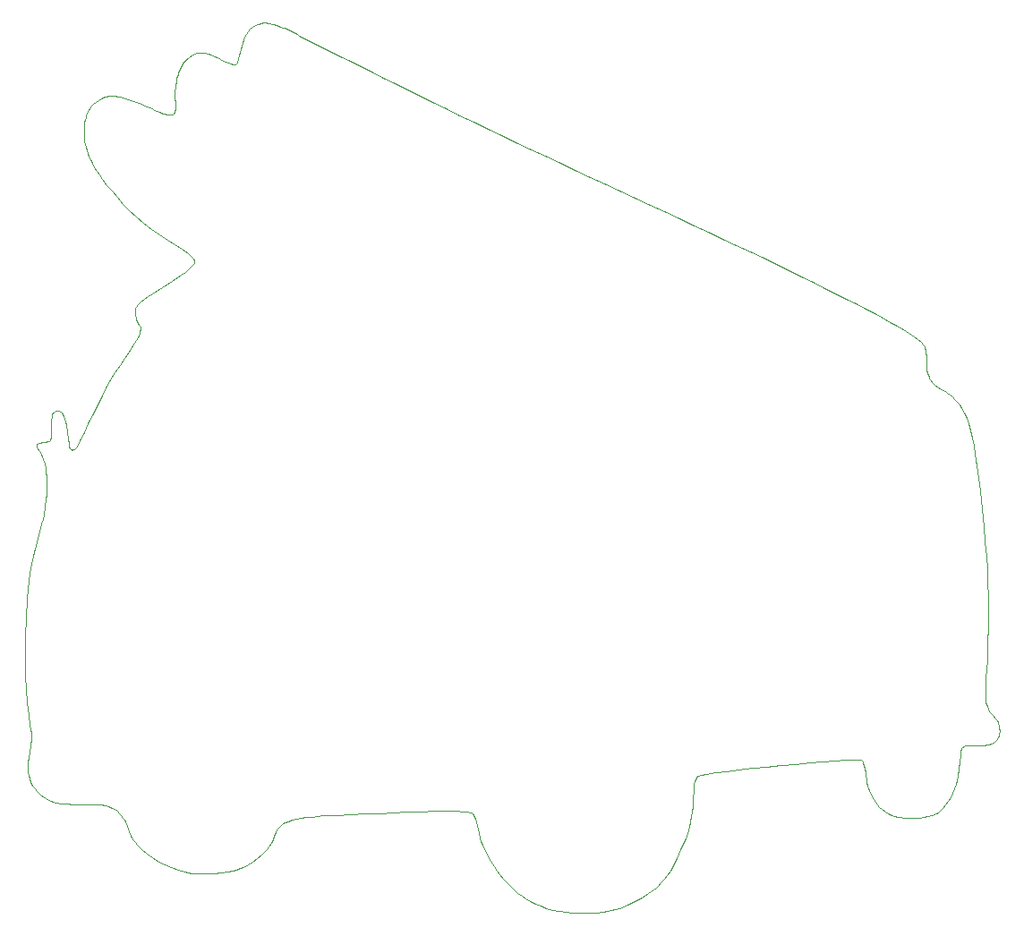
<source format=gm1>
G04 #@! TF.GenerationSoftware,KiCad,Pcbnew,(5.1.9-0-10_14)*
G04 #@! TF.CreationDate,2022-03-06T10:31:41-07:00*
G04 #@! TF.ProjectId,001,3030312e-6b69-4636-9164-5f7063625858,rev?*
G04 #@! TF.SameCoordinates,Original*
G04 #@! TF.FileFunction,Profile,NP*
%FSLAX46Y46*%
G04 Gerber Fmt 4.6, Leading zero omitted, Abs format (unit mm)*
G04 Created by KiCad (PCBNEW (5.1.9-0-10_14)) date 2022-03-06 10:31:41*
%MOMM*%
%LPD*%
G01*
G04 APERTURE LIST*
G04 #@! TA.AperFunction,Profile*
%ADD10C,0.100000*%
G04 #@! TD*
G04 APERTURE END LIST*
D10*
X102928870Y-122412300D02*
X102928870Y-122412300D01*
X102928880Y-122412200D02*
X102928870Y-122412300D01*
X102928890Y-122412100D02*
X102928880Y-122412200D01*
X102765920Y-122087800D02*
X102928890Y-122412100D01*
X102644590Y-121762800D02*
X102765920Y-122087800D01*
X102560370Y-121437400D02*
X102644590Y-121762800D01*
X102508730Y-121112200D02*
X102560370Y-121437400D01*
X102485160Y-120787600D02*
X102508730Y-121112200D01*
X102485120Y-120464100D02*
X102485160Y-120787600D01*
X102504080Y-120142000D02*
X102485120Y-120464100D01*
X102537520Y-119821900D02*
X102504080Y-120142000D01*
X102629750Y-119189500D02*
X102537520Y-119821900D01*
X102725600Y-118570300D02*
X102629750Y-119189500D01*
X102788840Y-117968000D02*
X102725600Y-118570300D01*
X102796920Y-117674400D02*
X102788840Y-117968000D01*
X102783260Y-117386300D02*
X102796920Y-117674400D01*
X102714920Y-117074900D02*
X102783260Y-117386300D01*
X102648130Y-116687700D02*
X102714920Y-117074900D01*
X102521790Y-115722100D02*
X102648130Y-116687700D01*
X102409460Y-114562000D02*
X102521790Y-115722100D01*
X102316350Y-113279800D02*
X102409460Y-114562000D01*
X102247670Y-111947900D02*
X102316350Y-113279800D01*
X102208590Y-110639000D02*
X102247670Y-111947900D01*
X102204310Y-109425400D02*
X102208590Y-110639000D01*
X102240050Y-108379700D02*
X102204310Y-109425400D01*
X102332960Y-106537200D02*
X102240050Y-108379700D01*
X102421250Y-104762900D02*
X102332960Y-106537200D01*
X102482200Y-103902600D02*
X102421250Y-104762900D01*
X102564210Y-103061000D02*
X102482200Y-103902600D01*
X102674710Y-102238500D02*
X102564210Y-103061000D01*
X102821090Y-101435700D02*
X102674710Y-102238500D01*
X102991420Y-100669300D02*
X102821090Y-101435700D01*
X103164980Y-99955600D02*
X102991420Y-100669300D01*
X103499000Y-98683700D02*
X103164980Y-99955600D01*
X103777560Y-97616200D02*
X103499000Y-98683700D01*
X103881780Y-97157700D02*
X103777560Y-97616200D01*
X103955020Y-96748800D02*
X103881780Y-97157700D01*
X104078470Y-95982300D02*
X103955020Y-96748800D01*
X104198590Y-95233300D02*
X104078470Y-95982300D01*
X104244840Y-94871500D02*
X104198590Y-95233300D01*
X104275140Y-94521600D02*
X104244840Y-94871500D01*
X104284470Y-94185900D02*
X104275140Y-94521600D01*
X104267800Y-93867000D02*
X104284470Y-94185900D01*
X104215440Y-93159000D02*
X104267800Y-93867000D01*
X104181220Y-92755500D02*
X104215440Y-93159000D01*
X104127600Y-92333700D02*
X104181220Y-92755500D01*
X104044050Y-91905100D02*
X104127600Y-92333700D01*
X103920040Y-91480700D02*
X104044050Y-91905100D01*
X103839580Y-91273500D02*
X103920040Y-91480700D01*
X103745060Y-91071700D02*
X103839580Y-91273500D01*
X103635170Y-90876500D02*
X103745060Y-91071700D01*
X103508580Y-90689300D02*
X103635170Y-90876500D01*
X103397160Y-90522000D02*
X103508580Y-90689300D01*
X103330600Y-90383100D02*
X103397160Y-90522000D01*
X103304330Y-90269900D02*
X103330600Y-90383100D01*
X103313780Y-90179200D02*
X103304330Y-90269900D01*
X103354350Y-90108000D02*
X103313780Y-90179200D01*
X103421480Y-90053500D02*
X103354350Y-90108000D01*
X103510600Y-90012400D02*
X103421480Y-90053500D01*
X103617120Y-89982000D02*
X103510600Y-90012400D01*
X103864070Y-89940700D02*
X103617120Y-89982000D01*
X104125730Y-89905700D02*
X103864070Y-89940700D01*
X104365490Y-89853000D02*
X104125730Y-89905700D01*
X104465720Y-89812500D02*
X104365490Y-89853000D01*
X104546750Y-89758600D02*
X104465720Y-89812500D01*
X104604360Y-89667200D02*
X104546750Y-89758600D01*
X104640550Y-89522400D02*
X104604360Y-89667200D01*
X104660080Y-89333400D02*
X104640550Y-89522400D01*
X104667690Y-89109300D02*
X104660080Y-89333400D01*
X104666210Y-88592300D02*
X104667690Y-89109300D01*
X104674160Y-88044500D02*
X104666210Y-88592300D01*
X104693560Y-87782000D02*
X104674160Y-88044500D01*
X104729570Y-87539100D02*
X104693560Y-87782000D01*
X104786960Y-87325100D02*
X104729570Y-87539100D01*
X104870470Y-87149100D02*
X104786960Y-87325100D01*
X104923500Y-87078100D02*
X104870470Y-87149100D01*
X104984860Y-87020200D02*
X104923500Y-87078100D01*
X105055120Y-86976200D02*
X104984860Y-87020200D01*
X105134880Y-86947500D02*
X105055120Y-86976200D01*
X105224740Y-86935100D02*
X105134880Y-86947500D01*
X105325300Y-86940300D02*
X105224740Y-86935100D01*
X105437130Y-86964000D02*
X105325300Y-86940300D01*
X105560850Y-87007500D02*
X105437130Y-86964000D01*
X105628890Y-87045400D02*
X105560850Y-87007500D01*
X105691450Y-87099400D02*
X105628890Y-87045400D01*
X105801510Y-87251200D02*
X105691450Y-87099400D01*
X105893650Y-87453800D02*
X105801510Y-87251200D01*
X105970500Y-87698400D02*
X105893650Y-87453800D01*
X106034680Y-87975800D02*
X105970500Y-87698400D01*
X106088800Y-88277200D02*
X106034680Y-87975800D01*
X106177410Y-88915800D02*
X106088800Y-88277200D01*
X106257320Y-89542200D02*
X106177410Y-88915800D01*
X106349530Y-90084700D02*
X106257320Y-89542200D01*
X106406810Y-90301900D02*
X106349530Y-90084700D01*
X106475030Y-90471200D02*
X106406810Y-90301900D01*
X106556820Y-90583500D02*
X106475030Y-90471200D01*
X106603620Y-90615500D02*
X106556820Y-90583500D01*
X106654800Y-90629900D02*
X106603620Y-90615500D01*
X106759290Y-90622200D02*
X106654800Y-90629900D01*
X106859300Y-90580400D02*
X106759290Y-90622200D01*
X106955530Y-90507400D02*
X106859300Y-90580400D01*
X107048690Y-90406300D02*
X106955530Y-90507400D01*
X107228450Y-90132000D02*
X107048690Y-90406300D01*
X107404190Y-89781900D02*
X107228450Y-90132000D01*
X107765970Y-88951400D02*
X107404190Y-89781900D01*
X107963100Y-88519700D02*
X107765970Y-88951400D01*
X108178600Y-88109600D02*
X107963100Y-88519700D01*
X108326400Y-87829500D02*
X108178600Y-88109600D01*
X108538100Y-87399500D02*
X108326400Y-87829500D01*
X108806000Y-86848500D02*
X108538100Y-87399500D01*
X109122300Y-86205200D02*
X108806000Y-86848500D01*
X109479200Y-85498200D02*
X109122300Y-86205200D01*
X109869000Y-84756400D02*
X109479200Y-85498200D01*
X110283900Y-84008400D02*
X109869000Y-84756400D01*
X110716100Y-83283000D02*
X110283900Y-84008400D01*
X111160400Y-82597700D02*
X110716100Y-83283000D01*
X111603600Y-81952000D02*
X111160400Y-82597700D01*
X112025500Y-81348100D02*
X111603600Y-81952000D01*
X112405900Y-80788100D02*
X112025500Y-81348100D01*
X112724700Y-80274100D02*
X112405900Y-80788100D01*
X112854600Y-80035000D02*
X112724700Y-80274100D01*
X112961700Y-79808200D02*
X112854600Y-80035000D01*
X113043300Y-79594000D02*
X112961700Y-79808200D01*
X113096800Y-79392600D02*
X113043300Y-79594000D01*
X113119900Y-79204200D02*
X113096800Y-79392600D01*
X113109900Y-79029300D02*
X113119900Y-79204200D01*
X113011300Y-78811600D02*
X113109900Y-79029300D01*
X112914000Y-78633400D02*
X113011300Y-78811600D01*
X112822900Y-78475000D02*
X112914000Y-78633400D01*
X112743100Y-78317000D02*
X112822900Y-78475000D01*
X112679200Y-78139900D02*
X112743100Y-78317000D01*
X112636900Y-77924100D02*
X112679200Y-78139900D01*
X112621000Y-77650200D02*
X112636900Y-77924100D01*
X112635900Y-77298700D02*
X112621000Y-77650200D01*
X112669000Y-77199000D02*
X112635900Y-77298700D01*
X112725500Y-77094200D02*
X112669000Y-77199000D01*
X112902900Y-76870700D02*
X112725500Y-77094200D01*
X113156700Y-76630400D02*
X112902900Y-76870700D01*
X113475500Y-76375500D02*
X113156700Y-76630400D01*
X113847700Y-76108200D02*
X113475500Y-76375500D01*
X114261800Y-75830600D02*
X113847700Y-76108200D01*
X115169800Y-75253700D02*
X114261800Y-75830600D01*
X116107800Y-74662100D02*
X115169800Y-75253700D01*
X116983700Y-74073600D02*
X116107800Y-74662100D01*
X117369700Y-73785900D02*
X116983700Y-74073600D01*
X117705700Y-73505500D02*
X117369700Y-73785900D01*
X117980200Y-73234700D02*
X117705700Y-73505500D01*
X118181800Y-72975600D02*
X117980200Y-73234700D01*
X118212400Y-72910400D02*
X118181800Y-72975600D01*
X118226600Y-72842700D02*
X118212400Y-72910400D01*
X118208100Y-72700100D02*
X118226600Y-72842700D01*
X118131400Y-72547800D02*
X118208100Y-72700100D01*
X118001400Y-72386100D02*
X118131400Y-72547800D01*
X117823200Y-72214900D02*
X118001400Y-72386100D01*
X117601900Y-72034300D02*
X117823200Y-72214900D01*
X117050000Y-71645100D02*
X117601900Y-72034300D01*
X116385800Y-71219100D02*
X117050000Y-71645100D01*
X115649600Y-70756800D02*
X116385800Y-71219100D01*
X114881800Y-70258800D02*
X115649600Y-70756800D01*
X114122500Y-69725600D02*
X114881800Y-70258800D01*
X113401000Y-69159900D02*
X114122500Y-69725600D01*
X112719500Y-68570300D02*
X113401000Y-69159900D01*
X112077900Y-67965700D02*
X112719500Y-68570300D01*
X111476200Y-67354900D02*
X112077900Y-67965700D01*
X110914400Y-66747000D02*
X111476200Y-67354900D01*
X110392400Y-66150900D02*
X110914400Y-66747000D01*
X109910200Y-65575600D02*
X110392400Y-66150900D01*
X109467800Y-65029900D02*
X109910200Y-65575600D01*
X109205500Y-64631500D02*
X109467800Y-65029900D01*
X108970000Y-64248900D02*
X109205500Y-64631500D01*
X108760000Y-63881800D02*
X108970000Y-64248900D01*
X108574200Y-63530100D02*
X108760000Y-63881800D01*
X108411400Y-63193400D02*
X108574200Y-63530100D01*
X108270300Y-62871600D02*
X108411400Y-63193400D01*
X108149500Y-62564500D02*
X108270300Y-62871600D01*
X108047900Y-62271900D02*
X108149500Y-62564500D01*
X107964000Y-61993500D02*
X108047900Y-62271900D01*
X107896800Y-61729200D02*
X107964000Y-61993500D01*
X107844700Y-61478700D02*
X107896800Y-61729200D01*
X107806660Y-61241800D02*
X107844700Y-61478700D01*
X107781330Y-61018400D02*
X107806660Y-61241800D01*
X107767260Y-60808100D02*
X107781330Y-61018400D01*
X107763270Y-60610900D02*
X107767260Y-60808100D01*
X107768270Y-60426400D02*
X107763270Y-60610900D01*
X107778310Y-60241900D02*
X107768270Y-60426400D01*
X107792170Y-60046300D02*
X107778310Y-60241900D01*
X107812300Y-59841500D02*
X107792170Y-60046300D01*
X107841000Y-59629400D02*
X107812300Y-59841500D01*
X107880700Y-59412100D02*
X107841000Y-59629400D01*
X107933900Y-59191600D02*
X107880700Y-59412100D01*
X108002900Y-58969800D02*
X107933900Y-59191600D01*
X108090200Y-58748900D02*
X108002900Y-58969800D01*
X108198200Y-58530600D02*
X108090200Y-58748900D01*
X108329300Y-58317100D02*
X108198200Y-58530600D01*
X108485900Y-58110300D02*
X108329300Y-58317100D01*
X108670400Y-57912200D02*
X108485900Y-58110300D01*
X108885300Y-57724800D02*
X108670400Y-57912200D01*
X109132900Y-57550100D02*
X108885300Y-57724800D01*
X109415600Y-57390100D02*
X109132900Y-57550100D01*
X109735900Y-57246800D02*
X109415600Y-57390100D01*
X109912600Y-57190300D02*
X109735900Y-57246800D01*
X110102100Y-57154800D02*
X109912600Y-57190300D01*
X110303200Y-57138600D02*
X110102100Y-57154800D01*
X110514900Y-57140000D02*
X110303200Y-57138600D01*
X110736000Y-57158100D02*
X110514900Y-57140000D01*
X110965400Y-57191300D02*
X110736000Y-57158100D01*
X111202100Y-57238300D02*
X110965400Y-57191300D01*
X111445000Y-57297600D02*
X111202100Y-57238300D01*
X111692900Y-57368000D02*
X111445000Y-57297600D01*
X111944800Y-57447900D02*
X111692900Y-57368000D01*
X112199500Y-57536000D02*
X111944800Y-57447900D01*
X112456000Y-57631000D02*
X112199500Y-57536000D01*
X112713200Y-57731400D02*
X112456000Y-57631000D01*
X112969900Y-57835900D02*
X112713200Y-57731400D01*
X113225000Y-57943100D02*
X112969900Y-57835900D01*
X113477500Y-58051500D02*
X113225000Y-57943100D01*
X113726300Y-58159900D02*
X113477500Y-58051500D01*
X113970200Y-58266800D02*
X113726300Y-58159900D01*
X114208100Y-58370800D02*
X113970200Y-58266800D01*
X114439100Y-58470600D02*
X114208100Y-58370800D01*
X114661800Y-58564700D02*
X114439100Y-58470600D01*
X114875400Y-58651800D02*
X114661800Y-58564700D01*
X115078500Y-58730500D02*
X114875400Y-58651800D01*
X115270300Y-58799400D02*
X115078500Y-58730500D01*
X115449500Y-58857100D02*
X115270300Y-58799400D01*
X115615000Y-58902400D02*
X115449500Y-58857100D01*
X115765800Y-58933600D02*
X115615000Y-58902400D01*
X115900800Y-58949600D02*
X115765800Y-58933600D01*
X116018800Y-58948800D02*
X115900800Y-58949600D01*
X116118800Y-58929900D02*
X116018800Y-58948800D01*
X116199600Y-58891400D02*
X116118800Y-58929900D01*
X116260200Y-58832200D02*
X116199600Y-58891400D01*
X116344000Y-58695600D02*
X116260200Y-58832200D01*
X116398100Y-58565300D02*
X116344000Y-58695600D01*
X116426600Y-58439100D02*
X116398100Y-58565300D01*
X116433200Y-58314700D02*
X116426600Y-58439100D01*
X116427200Y-58184800D02*
X116433200Y-58314700D01*
X116421100Y-58052100D02*
X116427200Y-58184800D01*
X116414800Y-57917300D02*
X116421100Y-58052100D01*
X116408800Y-57780700D02*
X116414800Y-57917300D01*
X116403500Y-57643000D02*
X116408800Y-57780700D01*
X116398000Y-57504800D02*
X116403500Y-57643000D01*
X116393000Y-57366600D02*
X116398000Y-57504800D01*
X116390000Y-57228900D02*
X116393000Y-57366600D01*
X116388500Y-57092300D02*
X116390000Y-57228900D01*
X116388000Y-56957300D02*
X116388500Y-57092300D01*
X116389000Y-56824600D02*
X116388000Y-56957300D01*
X116392000Y-56694500D02*
X116389000Y-56824600D01*
X116397200Y-56567800D02*
X116392000Y-56694500D01*
X116404800Y-56444800D02*
X116397200Y-56567800D01*
X116414800Y-56326300D02*
X116404800Y-56444800D01*
X116427900Y-56212700D02*
X116414800Y-56326300D01*
X116455600Y-56025800D02*
X116427900Y-56212700D01*
X116486800Y-55839600D02*
X116455600Y-56025800D01*
X116522100Y-55654500D02*
X116486800Y-55839600D01*
X116562100Y-55471000D02*
X116522100Y-55654500D01*
X116607500Y-55289400D02*
X116562100Y-55471000D01*
X116658800Y-55110200D02*
X116607500Y-55289400D01*
X116716700Y-54934000D02*
X116658800Y-55110200D01*
X116781700Y-54761000D02*
X116716700Y-54934000D01*
X116854600Y-54591800D02*
X116781700Y-54761000D01*
X116935800Y-54426770D02*
X116854600Y-54591800D01*
X117026100Y-54266380D02*
X116935800Y-54426770D01*
X117126000Y-54111060D02*
X117026100Y-54266380D01*
X117236200Y-53961260D02*
X117126000Y-54111060D01*
X117357300Y-53817410D02*
X117236200Y-53961260D01*
X117489800Y-53679950D02*
X117357300Y-53817410D01*
X117634400Y-53549340D02*
X117489800Y-53679950D01*
X117808500Y-53415670D02*
X117634400Y-53549340D01*
X117999100Y-53298640D02*
X117808500Y-53415670D01*
X118207500Y-53198980D02*
X117999100Y-53298640D01*
X118435200Y-53117340D02*
X118207500Y-53198980D01*
X118682800Y-53070720D02*
X118435200Y-53117340D01*
X118947500Y-53071040D02*
X118682800Y-53070720D01*
X119225400Y-53111230D02*
X118947500Y-53071040D01*
X119512300Y-53184330D02*
X119225400Y-53111230D01*
X119804200Y-53283370D02*
X119512300Y-53184330D01*
X120097200Y-53401370D02*
X119804200Y-53283370D01*
X120387100Y-53531340D02*
X120097200Y-53401370D01*
X120669900Y-53666320D02*
X120387100Y-53531340D01*
X120941600Y-53799310D02*
X120669900Y-53666320D01*
X121198100Y-53923350D02*
X120941600Y-53799310D01*
X121435500Y-54031460D02*
X121198100Y-53923350D01*
X121649600Y-54116650D02*
X121435500Y-54031460D01*
X121836500Y-54171930D02*
X121649600Y-54116650D01*
X121992000Y-54190350D02*
X121836500Y-54171930D01*
X122112300Y-54164910D02*
X121992000Y-54190350D01*
X122157900Y-54133560D02*
X122112300Y-54164910D01*
X122193100Y-54088660D02*
X122157900Y-54133560D01*
X122249200Y-53978270D02*
X122193100Y-54088660D01*
X122298700Y-53856050D02*
X122249200Y-53978270D01*
X122342600Y-53723320D02*
X122298700Y-53856050D01*
X122382400Y-53581480D02*
X122342600Y-53723320D01*
X122448400Y-53296020D02*
X122382400Y-53581480D01*
X122517300Y-53001690D02*
X122448400Y-53296020D01*
X122592000Y-52702550D02*
X122517300Y-53001690D01*
X122675000Y-52402700D02*
X122592000Y-52702550D01*
X122769200Y-52106190D02*
X122675000Y-52402700D01*
X122877400Y-51817100D02*
X122769200Y-52106190D01*
X123002300Y-51539510D02*
X122877400Y-51817100D01*
X123146600Y-51277500D02*
X123002300Y-51539510D01*
X123313200Y-51035140D02*
X123146600Y-51277500D01*
X123504700Y-50816500D02*
X123313200Y-51035140D01*
X123724000Y-50625650D02*
X123504700Y-50816500D01*
X123973700Y-50466680D02*
X123724000Y-50625650D01*
X124256700Y-50343590D02*
X123973700Y-50466680D01*
X124575700Y-50260660D02*
X124256700Y-50343590D01*
X124741900Y-50239840D02*
X124575700Y-50260660D01*
X124908800Y-50235660D02*
X124741900Y-50239840D01*
X125283400Y-50258660D02*
X124908800Y-50235660D01*
X125672900Y-50346950D02*
X125283400Y-50258660D01*
X126039400Y-50469000D02*
X125672900Y-50346950D01*
X126213700Y-50534400D02*
X126039400Y-50469000D01*
X126387500Y-50602290D02*
X126213700Y-50534400D01*
X126560800Y-50672760D02*
X126387500Y-50602290D01*
X126733900Y-50745900D02*
X126560800Y-50672760D01*
X126906900Y-50821750D02*
X126733900Y-50745900D01*
X127080100Y-50900400D02*
X126906900Y-50821750D01*
X127253600Y-50981890D02*
X127080100Y-50900400D01*
X127427500Y-51066310D02*
X127253600Y-50981890D01*
X127602100Y-51153720D02*
X127427500Y-51066310D01*
X127777600Y-51244190D02*
X127602100Y-51153720D01*
X127954000Y-51337790D02*
X127777600Y-51244190D01*
X128131700Y-51434590D02*
X127954000Y-51337790D01*
X128455700Y-51598890D02*
X128131700Y-51434590D01*
X128795300Y-51770960D02*
X128455700Y-51598890D01*
X129150300Y-51950560D02*
X128795300Y-51770960D01*
X129520300Y-52137540D02*
X129150300Y-51950560D01*
X130303900Y-52532940D02*
X129520300Y-52137540D01*
X131143500Y-52955590D02*
X130303900Y-52532940D01*
X132036500Y-53404010D02*
X131143500Y-52955590D01*
X132980200Y-53876680D02*
X132036500Y-53404010D01*
X133971900Y-54372100D02*
X132980200Y-53876680D01*
X135009100Y-54888800D02*
X133971900Y-54372100D01*
X136088900Y-55425100D02*
X135009100Y-54888800D01*
X137208900Y-55979800D02*
X136088900Y-55425100D01*
X138366300Y-56551100D02*
X137208900Y-55979800D01*
X139558500Y-57137700D02*
X138366300Y-56551100D01*
X140782800Y-57737900D02*
X139558500Y-57137700D01*
X142036700Y-58350400D02*
X140782800Y-57737900D01*
X143317300Y-58973600D02*
X142036700Y-58350400D01*
X144622200Y-59606000D02*
X143317300Y-58973600D01*
X145948500Y-60246000D02*
X144622200Y-59606000D01*
X147293800Y-60892300D02*
X145948500Y-60246000D01*
X148655200Y-61543200D02*
X147293800Y-60892300D01*
X150030200Y-62197400D02*
X148655200Y-61543200D01*
X151416200Y-62853100D02*
X150030200Y-62197400D01*
X152810400Y-63509100D02*
X151416200Y-62853100D01*
X154210200Y-64163700D02*
X152810400Y-63509100D01*
X155613000Y-64815500D02*
X154210200Y-64163700D01*
X157037700Y-65475300D02*
X155613000Y-64815500D01*
X158461000Y-66134800D02*
X157037700Y-65475300D01*
X159880200Y-66792900D02*
X158461000Y-66134800D01*
X161292600Y-67448600D02*
X159880200Y-66792900D01*
X162695600Y-68101000D02*
X161292600Y-67448600D01*
X164086500Y-68749100D02*
X162695600Y-68101000D01*
X165462600Y-69391900D02*
X164086500Y-68749100D01*
X166821400Y-70028300D02*
X165462600Y-69391900D01*
X168160100Y-70657500D02*
X166821400Y-70028300D01*
X169476200Y-71278300D02*
X168160100Y-70657500D01*
X170766800Y-71889900D02*
X169476200Y-71278300D01*
X172029500Y-72491200D02*
X170766800Y-71889900D01*
X173261500Y-73081200D02*
X172029500Y-72491200D01*
X174460200Y-73659000D02*
X173261500Y-73081200D01*
X175622900Y-74223500D02*
X174460200Y-73659000D01*
X176746900Y-74773800D02*
X175622900Y-74223500D01*
X177829700Y-75308900D02*
X176746900Y-74773800D01*
X178868500Y-75827700D02*
X177829700Y-75308900D01*
X179860700Y-76329300D02*
X178868500Y-75827700D01*
X180803700Y-76812800D02*
X179860700Y-76329300D01*
X181694700Y-77277000D02*
X180803700Y-76812800D01*
X182531300Y-77721000D02*
X181694700Y-77277000D01*
X183310500Y-78143900D02*
X182531300Y-77721000D01*
X184029900Y-78544600D02*
X183310500Y-78143900D01*
X184686700Y-78922200D02*
X184029900Y-78544600D01*
X185278400Y-79275600D02*
X184686700Y-78922200D01*
X185802200Y-79603900D02*
X185278400Y-79275600D01*
X186255500Y-79906000D02*
X185802200Y-79603900D01*
X186635700Y-80181100D02*
X186255500Y-79906000D01*
X186940000Y-80428000D02*
X186635700Y-80181100D01*
X187165900Y-80645800D02*
X186940000Y-80428000D01*
X187310600Y-80833500D02*
X187165900Y-80645800D01*
X187405600Y-81380100D02*
X187310600Y-80833500D01*
X187454100Y-81859000D02*
X187405600Y-81380100D01*
X187490700Y-82669700D02*
X187454100Y-81859000D01*
X187518000Y-83029500D02*
X187490700Y-82669700D01*
X187577500Y-83377500D02*
X187518000Y-83029500D01*
X187688900Y-83727800D02*
X187577500Y-83377500D01*
X187770200Y-83908100D02*
X187688900Y-83727800D01*
X187871900Y-84094200D02*
X187770200Y-83908100D01*
X187993500Y-84269200D02*
X187871900Y-84094200D01*
X188132300Y-84418700D02*
X187993500Y-84269200D01*
X188286600Y-84548800D02*
X188132300Y-84418700D01*
X188455100Y-84665100D02*
X188286600Y-84548800D01*
X188828400Y-84880000D02*
X188455100Y-84665100D01*
X189240500Y-85110200D02*
X188828400Y-84880000D01*
X189457300Y-85245600D02*
X189240500Y-85110200D01*
X189679400Y-85402400D02*
X189457300Y-85245600D01*
X189905200Y-85586400D02*
X189679400Y-85402400D01*
X190133200Y-85803400D02*
X189905200Y-85586400D01*
X190362100Y-86059300D02*
X190133200Y-85803400D01*
X190590300Y-86359900D02*
X190362100Y-86059300D01*
X190816300Y-86711100D02*
X190590300Y-86359900D01*
X191038600Y-87118700D02*
X190816300Y-86711100D01*
X191249800Y-87599900D02*
X191038600Y-87118700D01*
X191444300Y-88161700D02*
X191249800Y-87599900D01*
X191623000Y-88795000D02*
X191444300Y-88161700D01*
X191787000Y-89490500D02*
X191623000Y-88795000D01*
X191937400Y-90239000D02*
X191787000Y-89490500D01*
X192075400Y-91031200D02*
X191937400Y-90239000D01*
X192318000Y-92710000D02*
X192075400Y-91031200D01*
X192523600Y-94452900D02*
X192318000Y-92710000D01*
X192700600Y-96186300D02*
X192523600Y-94452900D01*
X192857600Y-97836100D02*
X192700600Y-96186300D01*
X193003400Y-99328600D02*
X192857600Y-97836100D01*
X193125100Y-100680700D02*
X193003400Y-99328600D01*
X193208600Y-101963400D02*
X193125100Y-100680700D01*
X193260300Y-103183800D02*
X193208600Y-101963400D01*
X193286800Y-104349200D02*
X193260300Y-103183800D01*
X193294600Y-105466600D02*
X193286800Y-104349200D01*
X193290100Y-106543200D02*
X193294600Y-105466600D01*
X193280000Y-107586300D02*
X193290100Y-106543200D01*
X193270700Y-108602800D02*
X193280000Y-107586300D01*
X193249700Y-109592500D02*
X193270700Y-108602800D01*
X193207600Y-110540800D02*
X193249700Y-109592500D01*
X193154800Y-111433700D02*
X193207600Y-110540800D01*
X193102200Y-112257200D02*
X193154800Y-111433700D01*
X193060400Y-112997200D02*
X193102200Y-112257200D01*
X193040000Y-113639800D02*
X193060400Y-112997200D01*
X193051900Y-114171000D02*
X193040000Y-113639800D01*
X193073200Y-114390400D02*
X193051900Y-114171000D01*
X193106500Y-114576700D02*
X193073200Y-114390400D01*
X193198000Y-114887600D02*
X193106500Y-114576700D01*
X193309300Y-115149000D02*
X193198000Y-114887600D01*
X193434400Y-115368700D02*
X193309300Y-115149000D01*
X193567000Y-115554700D02*
X193434400Y-115368700D01*
X193701200Y-115714900D02*
X193567000Y-115554700D01*
X193830900Y-115857200D02*
X193701200Y-115714900D01*
X193950000Y-115989500D02*
X193830900Y-115857200D01*
X194052400Y-116119800D02*
X193950000Y-115989500D01*
X194138000Y-116256100D02*
X194052400Y-116119800D01*
X194210600Y-116399700D02*
X194138000Y-116256100D01*
X194270500Y-116547900D02*
X194210600Y-116399700D01*
X194317800Y-116698500D02*
X194270500Y-116547900D01*
X194352600Y-116848800D02*
X194317800Y-116698500D01*
X194375300Y-116996400D02*
X194352600Y-116848800D01*
X194386000Y-117139000D02*
X194375300Y-116996400D01*
X194384600Y-117273900D02*
X194386000Y-117139000D01*
X194354600Y-117490500D02*
X194384600Y-117273900D01*
X194295500Y-117696600D02*
X194354600Y-117490500D01*
X194208400Y-117889000D02*
X194295500Y-117696600D01*
X194094600Y-118064400D02*
X194208400Y-117889000D01*
X193955400Y-118219600D02*
X194094600Y-118064400D01*
X193792000Y-118351400D02*
X193955400Y-118219600D01*
X193605600Y-118456600D02*
X193792000Y-118351400D01*
X193397500Y-118531900D02*
X193605600Y-118456600D01*
X193187800Y-118568100D02*
X193397500Y-118531900D01*
X192970800Y-118590000D02*
X193187800Y-118568100D01*
X192526200Y-118602900D02*
X192970800Y-118590000D01*
X192085600Y-118595500D02*
X192526200Y-118602900D01*
X191671100Y-118592600D02*
X192085600Y-118595500D01*
X191304600Y-118619000D02*
X191671100Y-118592600D01*
X191146300Y-118650900D02*
X191304600Y-118619000D01*
X191008200Y-118699400D02*
X191146300Y-118650900D01*
X190893100Y-118767600D02*
X191008200Y-118699400D01*
X190803700Y-118858600D02*
X190893100Y-118767600D01*
X190742900Y-118975500D02*
X190803700Y-118858600D01*
X190713300Y-119121300D02*
X190742900Y-118975500D01*
X190677500Y-119581400D02*
X190713300Y-119121300D01*
X190611800Y-120152200D02*
X190677500Y-119581400D01*
X190527800Y-120805200D02*
X190611800Y-120152200D01*
X190437500Y-121511900D02*
X190527800Y-120805200D01*
X190371500Y-121887600D02*
X190437500Y-121511900D01*
X190265700Y-122284000D02*
X190371500Y-121887600D01*
X190123900Y-122691700D02*
X190265700Y-122284000D01*
X189949800Y-123100800D02*
X190123900Y-122691700D01*
X189747300Y-123501800D02*
X189949800Y-123100800D01*
X189520300Y-123884900D02*
X189747300Y-123501800D01*
X189272400Y-124240400D02*
X189520300Y-123884900D01*
X189007600Y-124558800D02*
X189272400Y-124240400D01*
X188865000Y-124699600D02*
X189007600Y-124558800D01*
X188710000Y-124826100D02*
X188865000Y-124699600D01*
X188544100Y-124938900D02*
X188710000Y-124826100D01*
X188368400Y-125038700D02*
X188544100Y-124938900D01*
X187993300Y-125202300D02*
X188368400Y-125038700D01*
X187595400Y-125322400D02*
X187993300Y-125202300D01*
X187185200Y-125404700D02*
X187595400Y-125322400D01*
X186773400Y-125454800D02*
X187185200Y-125404700D01*
X186370700Y-125478300D02*
X186773400Y-125454800D01*
X185987500Y-125480900D02*
X186370700Y-125478300D01*
X185313300Y-125456900D02*
X185987500Y-125480900D01*
X185013200Y-125426800D02*
X185313300Y-125456900D01*
X184726700Y-125376700D02*
X185013200Y-125426800D01*
X184445900Y-125300300D02*
X184726700Y-125376700D01*
X184162500Y-125191500D02*
X184445900Y-125300300D01*
X183868300Y-125044400D02*
X184162500Y-125191500D01*
X183555300Y-124852800D02*
X183868300Y-125044400D01*
X183257400Y-124635600D02*
X183555300Y-124852800D01*
X183008200Y-124413800D02*
X183257400Y-124635600D01*
X182799000Y-124184200D02*
X183008200Y-124413800D01*
X182620900Y-123943600D02*
X182799000Y-124184200D01*
X182465300Y-123688900D02*
X182620900Y-123943600D01*
X182323300Y-123416800D02*
X182465300Y-123688900D01*
X182045200Y-122808200D02*
X182323300Y-123416800D01*
X181978000Y-122635400D02*
X182045200Y-122808200D01*
X181921000Y-122448300D02*
X181978000Y-122635400D01*
X181831100Y-122042700D02*
X181921000Y-122448300D01*
X181701100Y-121191100D02*
X181831100Y-122042700D01*
X181634600Y-120793300D02*
X181701100Y-121191100D01*
X181549500Y-120446400D02*
X181634600Y-120793300D01*
X181495700Y-120299600D02*
X181549500Y-120446400D01*
X181432400Y-120174600D02*
X181495700Y-120299600D01*
X181357700Y-120074300D02*
X181432400Y-120174600D01*
X181270200Y-120001800D02*
X181357700Y-120074300D01*
X181184400Y-119978300D02*
X181270200Y-120001800D01*
X181025000Y-119965000D02*
X181184400Y-119978300D01*
X180504000Y-119966400D02*
X181025000Y-119965000D01*
X179745100Y-120001000D02*
X180504000Y-119966400D01*
X178786400Y-120063900D02*
X179745100Y-120001000D01*
X177665600Y-120150100D02*
X178786400Y-120063900D01*
X176420900Y-120254600D02*
X177665600Y-120150100D01*
X175090200Y-120372700D02*
X176420900Y-120254600D01*
X173711400Y-120499200D02*
X175090200Y-120372700D01*
X172323200Y-120629800D02*
X173711400Y-120499200D01*
X170966300Y-120762600D02*
X172323200Y-120629800D01*
X169682300Y-120896200D02*
X170966300Y-120762600D01*
X168512800Y-121029000D02*
X169682300Y-120896200D01*
X167499200Y-121159800D02*
X168512800Y-121029000D01*
X166683000Y-121287100D02*
X167499200Y-121159800D01*
X166105800Y-121409600D02*
X166683000Y-121287100D01*
X165919800Y-121468500D02*
X166105800Y-121409600D01*
X165809000Y-121525700D02*
X165919800Y-121468500D01*
X165683900Y-121657900D02*
X165809000Y-121525700D01*
X165590700Y-121828500D02*
X165683900Y-121657900D01*
X165523900Y-122036000D02*
X165590700Y-121828500D01*
X165478400Y-122279000D02*
X165523900Y-122036000D01*
X165448800Y-122556100D02*
X165478400Y-122279000D01*
X165429800Y-122865900D02*
X165448800Y-122556100D01*
X165402500Y-123577800D02*
X165429800Y-122865900D01*
X165354100Y-124403300D02*
X165402500Y-123577800D01*
X165308900Y-124855000D02*
X165354100Y-124403300D01*
X165242400Y-125330900D02*
X165308900Y-124855000D01*
X165149500Y-125829500D02*
X165242400Y-125330900D01*
X165024900Y-126349400D02*
X165149500Y-125829500D01*
X164863300Y-126889100D02*
X165024900Y-126349400D01*
X164659400Y-127447300D02*
X164863300Y-126889100D01*
X164235000Y-128468300D02*
X164659400Y-127447300D01*
X163861700Y-129286700D02*
X164235000Y-128468300D01*
X163528200Y-129936900D02*
X163861700Y-129286700D01*
X163222800Y-130453300D02*
X163528200Y-129936900D01*
X162934300Y-130870300D02*
X163222800Y-130453300D01*
X162651100Y-131222400D02*
X162934300Y-130870300D01*
X162361700Y-131543900D02*
X162651100Y-131222400D01*
X162054800Y-131869300D02*
X162361700Y-131543900D01*
X161877900Y-132043100D02*
X162054800Y-131869300D01*
X161668600Y-132224500D02*
X161877900Y-132043100D01*
X161163900Y-132601100D02*
X161668600Y-132224500D01*
X160563300Y-132982100D02*
X161163900Y-132601100D01*
X159889300Y-133350400D02*
X160563300Y-132982100D01*
X159164500Y-133688900D02*
X159889300Y-133350400D01*
X158411500Y-133980500D02*
X159164500Y-133688900D01*
X158031400Y-134103400D02*
X158411500Y-133980500D01*
X157652700Y-134208100D02*
X158031400Y-134103400D01*
X157278300Y-134292600D02*
X157652700Y-134208100D01*
X156910800Y-134354600D02*
X157278300Y-134292600D01*
X156186900Y-134435800D02*
X156910800Y-134354600D01*
X155469800Y-134479300D02*
X156186900Y-134435800D01*
X154763300Y-134485800D02*
X155469800Y-134479300D01*
X154071400Y-134456100D02*
X154763300Y-134485800D01*
X153398100Y-134390800D02*
X154071400Y-134456100D01*
X152747200Y-134290900D02*
X153398100Y-134390800D01*
X152122800Y-134156900D02*
X152747200Y-134290900D01*
X151528800Y-133989600D02*
X152122800Y-134156900D01*
X150977300Y-133798400D02*
X151528800Y-133989600D01*
X150473600Y-133590900D02*
X150977300Y-133798400D01*
X150011200Y-133365700D02*
X150473600Y-133590900D01*
X149583500Y-133121300D02*
X150011200Y-133365700D01*
X149183900Y-132856000D02*
X149583500Y-133121300D01*
X148805900Y-132568500D02*
X149183900Y-132856000D01*
X148442900Y-132257200D02*
X148805900Y-132568500D01*
X148088300Y-131920600D02*
X148442900Y-132257200D01*
X147747600Y-131567900D02*
X148088300Y-131920600D01*
X147427900Y-131205800D02*
X147747600Y-131567900D01*
X147124700Y-130829100D02*
X147427900Y-131205800D01*
X146833500Y-130432500D02*
X147124700Y-130829100D01*
X146549700Y-130011000D02*
X146833500Y-130432500D01*
X146268900Y-129559200D02*
X146549700Y-130011000D01*
X145986700Y-129071800D02*
X146268900Y-129559200D01*
X145698500Y-128543800D02*
X145986700Y-129071800D01*
X145563000Y-128263600D02*
X145698500Y-128543800D01*
X145447300Y-127975200D02*
X145563000Y-128263600D01*
X145348500Y-127682100D02*
X145447300Y-127975200D01*
X145263800Y-127387400D02*
X145348500Y-127682100D01*
X145125300Y-126806800D02*
X145263800Y-127387400D01*
X145008900Y-126259900D02*
X145125300Y-126806800D01*
X144891800Y-125773400D02*
X145008900Y-126259900D01*
X144826000Y-125560900D02*
X144891800Y-125773400D01*
X144751300Y-125373500D02*
X144826000Y-125560900D01*
X144665100Y-125214500D02*
X144751300Y-125373500D01*
X144564500Y-125087000D02*
X144665100Y-125214500D01*
X144446700Y-124994500D02*
X144564500Y-125087000D01*
X144308700Y-124940300D02*
X144446700Y-124994500D01*
X144041500Y-124891500D02*
X144308700Y-124940300D01*
X143719000Y-124853600D02*
X144041500Y-124891500D01*
X142923900Y-124806800D02*
X143719000Y-124853600D01*
X141955200Y-124793700D02*
X142923900Y-124806800D01*
X140844900Y-124808100D02*
X141955200Y-124793700D01*
X139624800Y-124843700D02*
X140844900Y-124808100D01*
X138326800Y-124894500D02*
X139624800Y-124843700D01*
X136982800Y-124954100D02*
X138326800Y-124894500D01*
X135624500Y-125016500D02*
X136982800Y-124954100D01*
X134270400Y-125072000D02*
X135624500Y-125016500D01*
X132934900Y-125122700D02*
X134270400Y-125072000D01*
X131644600Y-125179200D02*
X132934900Y-125122700D01*
X130426100Y-125252200D02*
X131644600Y-125179200D01*
X129305900Y-125352200D02*
X130426100Y-125252200D01*
X128791000Y-125415800D02*
X129305900Y-125352200D01*
X128310600Y-125490100D02*
X128791000Y-125415800D01*
X127868000Y-125576500D02*
X128310600Y-125490100D01*
X127466700Y-125676400D02*
X127868000Y-125576500D01*
X127109700Y-125791100D02*
X127466700Y-125676400D01*
X126800600Y-125921900D02*
X127109700Y-125791100D01*
X126623400Y-126018000D02*
X126800600Y-125921900D01*
X126470600Y-126119500D02*
X126623400Y-126018000D01*
X126339200Y-126226600D02*
X126470600Y-126119500D01*
X126226300Y-126339500D02*
X126339200Y-126226600D01*
X126044300Y-126583300D02*
X126226300Y-126339500D01*
X125900900Y-126852000D02*
X126044300Y-126583300D01*
X125772600Y-127146900D02*
X125900900Y-126852000D01*
X125635700Y-127469200D02*
X125772600Y-127146900D01*
X125466700Y-127820200D02*
X125635700Y-127469200D01*
X125242100Y-128201000D02*
X125466700Y-127820200D01*
X125101900Y-128397100D02*
X125242100Y-128201000D01*
X124943200Y-128588700D02*
X125101900Y-128397100D01*
X124581000Y-128955400D02*
X124943200Y-128588700D01*
X124176100Y-129294700D02*
X124581000Y-128955400D01*
X123748900Y-129600100D02*
X124176100Y-129294700D01*
X123320100Y-129865200D02*
X123748900Y-129600100D01*
X122910100Y-130083700D02*
X123320100Y-129865200D01*
X122539600Y-130249000D02*
X122910100Y-130083700D01*
X122229000Y-130354800D02*
X122539600Y-130249000D01*
X121873800Y-130436500D02*
X122229000Y-130354800D01*
X121377800Y-130526000D02*
X121873800Y-130436500D01*
X120773900Y-130611500D02*
X121377800Y-130526000D01*
X120095200Y-130681300D02*
X120773900Y-130611500D01*
X119374600Y-130723700D02*
X120095200Y-130681300D01*
X118645200Y-130726900D02*
X119374600Y-130723700D01*
X118287400Y-130710100D02*
X118645200Y-130726900D01*
X117939900Y-130679100D02*
X118287400Y-130710100D01*
X117606600Y-130632400D02*
X117939900Y-130679100D01*
X117291800Y-130568600D02*
X117606600Y-130632400D01*
X116675700Y-130394600D02*
X117291800Y-130568600D01*
X116052100Y-130167900D02*
X116675700Y-130394600D01*
X115432500Y-129893900D02*
X116052100Y-130167900D01*
X114828400Y-129578300D02*
X115432500Y-129893900D01*
X114251200Y-129226500D02*
X114828400Y-129578300D01*
X113712300Y-128844000D02*
X114251200Y-129226500D01*
X113223400Y-128436500D02*
X113712300Y-128844000D01*
X112795700Y-128009300D02*
X113223400Y-128436500D01*
X112614700Y-127791400D02*
X112795700Y-128009300D01*
X112461600Y-127573000D02*
X112614700Y-127791400D01*
X112331900Y-127354500D02*
X112461600Y-127573000D01*
X112221000Y-127136100D02*
X112331900Y-127354500D01*
X112036700Y-126701000D02*
X112221000Y-127136100D01*
X111871600Y-126270100D02*
X112036700Y-126701000D01*
X111688800Y-125846100D02*
X111871600Y-126270100D01*
X111579200Y-125637300D02*
X111688800Y-125846100D01*
X111451200Y-125431200D02*
X111579200Y-125637300D01*
X111300200Y-125228000D02*
X111451200Y-125431200D01*
X111121500Y-125028000D02*
X111300200Y-125228000D01*
X110910700Y-124831600D02*
X111121500Y-125028000D01*
X110662900Y-124639000D02*
X110910700Y-124831600D01*
X110470200Y-124529900D02*
X110662900Y-124639000D01*
X110267100Y-124438500D02*
X110470200Y-124529900D01*
X110054300Y-124363400D02*
X110267100Y-124438500D01*
X109832500Y-124303000D02*
X110054300Y-124363400D01*
X109364900Y-124220300D02*
X109832500Y-124303000D01*
X108870100Y-124178300D02*
X109364900Y-124220300D01*
X108354000Y-124164800D02*
X108870100Y-124178300D01*
X107822400Y-124167500D02*
X108354000Y-124164800D01*
X106735660Y-124173100D02*
X107822400Y-124167500D01*
X106192240Y-124151700D02*
X106735660Y-124173100D01*
X105656500Y-124097800D02*
X106192240Y-124151700D01*
X105134260Y-123999400D02*
X105656500Y-124097800D01*
X104880020Y-123929600D02*
X105134260Y-123999400D01*
X104631340Y-123844200D02*
X104880020Y-123929600D01*
X104388930Y-123741500D02*
X104631340Y-123844200D01*
X104153520Y-123620000D02*
X104388930Y-123741500D01*
X103925850Y-123478300D02*
X104153520Y-123620000D01*
X103706640Y-123314800D02*
X103925850Y-123478300D01*
X103496610Y-123128000D02*
X103706640Y-123314800D01*
X103296480Y-122916300D02*
X103496610Y-123128000D01*
X103107000Y-122678200D02*
X103296480Y-122916300D01*
X102928870Y-122412300D02*
X103107000Y-122678200D01*
M02*

</source>
